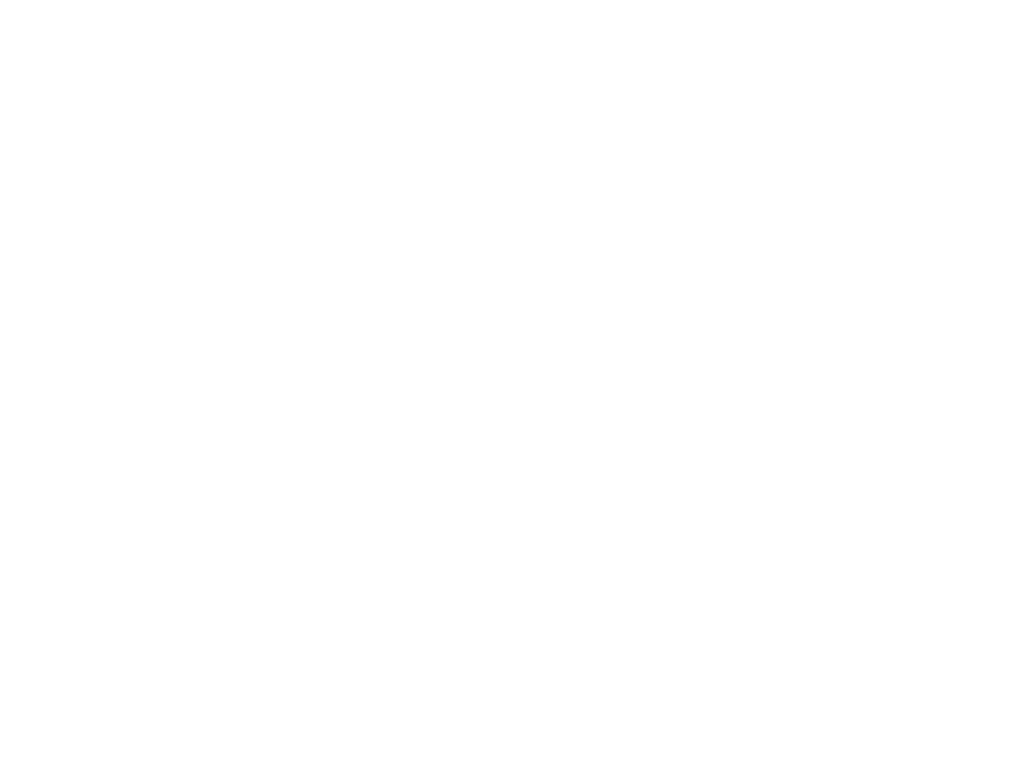
<source format=kicad_pcb>
(kicad_pcb
	(version 20241229)
	(generator "pcbnew")
	(generator_version "9.0")
	(general
		(thickness 1.6)
		(legacy_teardrops no)
	)
	(paper "A4")
	(layers
		(0 "F.Cu" signal)
		(2 "B.Cu" signal)
		(9 "F.Adhes" user "F.Adhesive")
		(11 "B.Adhes" user "B.Adhesive")
		(13 "F.Paste" user)
		(15 "B.Paste" user)
		(5 "F.SilkS" user "F.Silkscreen")
		(7 "B.SilkS" user "B.Silkscreen")
		(1 "F.Mask" user)
		(3 "B.Mask" user)
		(17 "Dwgs.User" user "User.Drawings")
		(19 "Cmts.User" user "User.Comments")
		(21 "Eco1.User" user "User.Eco1")
		(23 "Eco2.User" user "User.Eco2")
		(25 "Edge.Cuts" user)
		(27 "Margin" user)
		(31 "F.CrtYd" user "F.Courtyard")
		(29 "B.CrtYd" user "B.Courtyard")
		(35 "F.Fab" user)
		(33 "B.Fab" user)
		(39 "User.1" user)
		(41 "User.2" user)
		(43 "User.3" user)
		(45 "User.4" user)
	)
	(setup
		(pad_to_mask_clearance 0)
		(allow_soldermask_bridges_in_footprints no)
		(tenting front back)
		(pcbplotparams
			(layerselection 0x00000000_00000000_55555555_5755f5ff)
			(plot_on_all_layers_selection 0x00000000_00000000_00000000_00000000)
			(disableapertmacros no)
			(usegerberextensions no)
			(usegerberattributes yes)
			(usegerberadvancedattributes yes)
			(creategerberjobfile yes)
			(dashed_line_dash_ratio 12.000000)
			(dashed_line_gap_ratio 3.000000)
			(svgprecision 4)
			(plotframeref no)
			(mode 1)
			(useauxorigin no)
			(hpglpennumber 1)
			(hpglpenspeed 20)
			(hpglpendiameter 15.000000)
			(pdf_front_fp_property_popups yes)
			(pdf_back_fp_property_popups yes)
			(pdf_metadata yes)
			(pdf_single_document no)
			(dxfpolygonmode yes)
			(dxfimperialunits yes)
			(dxfusepcbnewfont yes)
			(psnegative no)
			(psa4output no)
			(plot_black_and_white yes)
			(sketchpadsonfab no)
			(plotpadnumbers no)
			(hidednponfab no)
			(sketchdnponfab yes)
			(crossoutdnponfab yes)
			(subtractmaskfromsilk no)
			(outputformat 1)
			(mirror no)
			(drillshape 1)
			(scaleselection 1)
			(outputdirectory "")
		)
	)
	(net 0 "")
	(gr_line
		(start 155 98)
		(end 155 116.5)
		(stroke
			(width 0.1)
			(type default)
		)
		(layer "Dwgs.User")
		(uuid "0a2abc7b-940e-472d-9c9c-d219d42bf6cf")
	)
	(gr_line
		(start 120 172)
		(end 120 125)
		(stroke
			(width 0.1)
			(type default)
		)
		(layer "Dwgs.User")
		(uuid "13485492-90aa-4340-bf21-630b7fd4c08f")
	)
	(gr_line
		(start 100 175)
		(end 100 137.5)
		(stroke
			(width 0.1)
			(type default)
		)
		(layer "Dwgs.User")
		(uuid "2c8f1345-2db2-4872-815b-61d5678727ef")
	)
	(gr_line
		(start 111 27)
		(end 111 49.5)
		(stroke
			(width 0.1)
			(type default)
		)
		(layer "Dwgs.User")
		(uuid "2cf90a33-f546-45e3-bc33-5d321c632c2d")
	)
	(gr_line
		(start 50 16.5)
		(end 50 191.5)
		(stroke
			(width 0.1)
			(type default)
		)
		(layer "Dwgs.User")
		(uuid "2dfb1681-983a-4e11-b904-7fbf336c38ef")
	)
	(gr_line
		(start 121 23.5)
		(end 121 49.5)
		(stroke
			(width 0.1)
			(type default)
		)
		(layer "Dwgs.User")
		(uuid "3b599ac2-29ec-49c0-9d2f-bd17f5cab189")
	)
	(gr_line
		(start 85 82)
		(end 85 57)
		(stroke
			(width 0.1)
			(type default)
		)
		(layer "Dwgs.User")
		(uuid "3eac5924-4c10-4e05-ab09-6a4a311c4b1f")
	)
	(gr_line
		(start 36.5 40)
		(end 68 40)
		(stroke
			(width 0.1)
			(type default)
		)
		(layer "Dwgs.User")
		(uuid "41ea5c10-ba70-4d7c-90bb-1de9fc3007da")
	)
	(gr_line
		(start 59 37)
		(end 59 49.5)
		(stroke
			(width 0.1)
			(type default)
		)
		(layer "Dwgs.User")
		(uuid "635f2584-f35b-47bc-a62c-e8de9d60548b")
	)
	(gr_line
		(start 101.5 82)
		(end 101.5 57)
		(stroke
			(width 0.1)
			(type default)
		)
		(layer "Dwgs.User")
		(uuid "6ff9a110-4cec-4ac6-a1e8-ac832e4ee859")
	)
	(gr_line
		(start 70 182)
		(end 70 137.5)
		(stroke
			(width 0.1)
			(type default)
		)
		(layer "Dwgs.User")
		(uuid "8004cf7e-b751-48ab-a755-ceeef8deb6dc")
	)
	(gr_line
		(start 45.5 129)
		(end 155 129)
		(stroke
			(width 0.1)
			(type default)
		)
		(layer "Dwgs.User")
		(uuid "838cba31-9a5f-44ab-a268-7cd1e0d6b023")
	)
	(gr_line
		(start 150 16.5)
		(end 150 49)
		(stroke
			(width 0.1)
			(type default)
		)
		(layer "Dwgs.User")
		(uuid "8d42dfa1-5f87-4941-ac32-f0fb383caa9b")
	)
	(gr_line
		(start 85 178.5)
		(end 85 137.5)
		(stroke
			(width 0.1)
			(type default)
		)
		(layer "Dwgs.User")
		(uuid "946fb0c0-3b1a-4e50-806b-207bee3d900e")
	)
	(gr_line
		(start 45.5 141.5)
		(end 155 141.5)
		(stroke
			(width 0.1)
			(type default)
		)
		(layer "Dwgs.User")
		(uuid "a88f34f5-e806-4de2-b01b-89b852a47239")
	)
	(gr_line
		(start 140 166.5)
		(end 140 136.5)
		(stroke
			(width 0.1)
			(type default)
		)
		(layer "Dwgs.User")
		(uuid "b403ec7a-d98c-4413-9365-671a6d65ed09")
	)
	(gr_line
		(start 45.5 154)
		(end 155 154)
		(stroke
			(width 0.1)
			(type default)
		)
		(layer "Dwgs.User")
		(uuid "bacd3fe7-07b0-454c-b817-4b5264c49d2f")
	)
	(gr_line
		(start 142.5 89.5)
		(end 142.5 57)
		(stroke
			(width 0.1)
			(type default)
		)
		(layer "Dwgs.User")
		(uuid "d655bd5b-afc4-49ce-8350-fae0f5012cf3")
	)
	(gr_line
		(start 50 166.5)
		(end 41 166.5)
		(stroke
			(width 0.1)
			(type default)
		)
		(layer "Dwgs.User")
		(uuid "e04ab4bd-919c-48c2-9f19-298866add72c")
	)
	(gr_line
		(start 36.5 47)
		(end 160 47)
		(stroke
			(width 0.1)
			(type default)
		)
		(layer "Dwgs.User")
		(uuid "e0f70ea9-83e8-4629-8be9-1765dda91eb6")
	)
	(gr_line
		(start 131 20)
		(end 131 49.5)
		(stroke
			(width 0.1)
			(type default)
		)
		(layer "Dwgs.User")
		(uuid "e90a72c0-49fe-4e59-b6d3-4beb04c71dec")
	)
	(gr_line
		(start 69 30)
		(end 69 49.5)
		(stroke
			(width 0.1)
			(type default)
		)
		(layer "Dwgs.User")
		(uuid "ec0f1e7d-4b33-4d5b-9ba3-0b585b7966a0")
	)
	(gr_line
		(start 43 62)
		(end 159.5 62)
		(stroke
			(width 0.1)
			(type default)
		)
		(layer "Dwgs.User")
		(uuid "ffe2fd6e-b350-46a8-aca7-9d80a94dcee9")
	)
	(gr_circle
		(center 59 47)
		(end 61.5 47)
		(stroke
			(width 0.1)
			(type solid)
		)
		(fill no)
		(layer "User.3")
		(uuid "0b5a53d8-7f01-4d93-9198-b6e743ed461c")
	)
	(gr_circle
		(center 142.5 62)
		(end 146.25 62)
		(stroke
			(width 0.1)
			(type solid)
		)
		(fill no)
		(layer "User.3")
		(uuid "1831bca0-301d-483a-a6e9-a881fa6e2db2")
	)
	(gr_circle
		(center 121 47)
		(end 123.5 47)
		(stroke
			(width 0.1)
			(type solid)
		)
		(fill no)
		(layer "User.3")
		(uuid "4017227e-dd7e-4ba5-aece-1542de06bfa7")
	)
	(gr_circle
		(center 85 62)
		(end 88.75 62)
		(stroke
			(width 0.1)
			(type solid)
		)
		(fill no)
		(layer "User.3")
		(uuid "52c2650f-3443-4018-9bfb-b01f56841f60")
	)
	(gr_circle
		(center 101.5 62)
		(end 105.25 62)
		(stroke
			(width 0.1)
			(type solid)
		)
		(fill no)
		(layer "User.3")
		(uuid "87ce370d-fd03-4968-9c8a-ec9183051651")
	)
	(gr_circle
		(center 111 47)
		(end 113.5 47)
		(stroke
			(width 0.1)
			(type solid)
		)
		(fill no)
		(layer "User.3")
		(uuid "8a796709-79db-4492-bf96-2f604f68f34b")
	)
	(gr_circle
		(center 85 141.5)
		(end 88 141.5)
		(stroke
			(width 0.1)
			(type solid)
		)
		(fill no)
		(layer "User.3")
		(uuid "953da9b5-90a2-40de-aa64-dda008d57a2c")
	)
	(gr_circle
		(center 59 40)
		(end 60.25 40)
		(stroke
			(width 0.1)
			(type solid)
		)
		(fill no)
		(layer "User.3")
		(uuid "99043e28-25e3-4755-b401-cee784722964")
	)
	(gr_circle
		(center 140 141.5)
		(end 144 141.5)
		(stroke
			(width 0.1)
			(type solid)
		)
		(fill no)
		(layer "User.3")
		(uuid "ad27a189-edb6-41a4-8d9e-bcad87f038a9")
	)
	(gr_circle
		(center 150 47)
		(end 151.25 47)
		(stroke
			(width 0.1)
			(type solid)
		)
		(fill no)
		(layer "User.3")
		(uuid "ae200039-702c-477c-bb38-698d69d2c1f5")
	)
	(gr_circle
		(center 120 129)
		(end 123 129)
		(stroke
			(width 0.1)
			(type solid)
		)
		(fill no)
		(layer "User.3")
		(uuid "b21d8597-eaec-42f2-9eb9-e60e943407dc")
	)
	(gr_circle
		(center 100 141.5)
		(end 103 141.5)
		(stroke
			(width 0.1)
			(type solid)
		)
		(fill no)
		(layer "User.3")
		(uuid "b7740b66-ca29-45fb-b617-dae160556541")
	)
	(gr_circle
		(center 70 141.5)
		(end 73 141.5)
		(stroke
			(width 0.1)
			(type solid)
		)
		(fill no)
		(layer "User.3")
		(uuid "bc54adbe-ba6e-4da6-b6b6-7b79d0c65738")
	)
	(gr_circle
		(center 120 141.5)
		(end 123 141.5)
		(stroke
			(width 0.1)
			(type solid)
		)
		(fill no)
		(layer "User.3")
		(uuid "eca9c466-df90-40bb-ae6a-632acb5974c8")
	)
	(gr_circle
		(center 120 154)
		(end 123.25 154)
		(stroke
			(width 0.1)
			(type solid)
		)
		(fill no)
		(layer "User.3")
		(uuid "ef7bcb94-dcf1-43ac-9c2d-6e0a2ad920bd")
	)
	(gr_circle
		(center 131 47)
		(end 133.5 47)
		(stroke
			(width 0.1)
			(type solid)
		)
		(fill no)
		(layer "User.3")
		(uuid "f4b418d3-8b4b-44b0-8192-d0051771b2f5")
	)
	(gr_circle
		(center 69 47)
		(end 71.5 47)
		(stroke
			(width 0.1)
			(type solid)
		)
		(fill no)
		(layer "User.3")
		(uuid "faab12e9-f8da-4105-9fc2-c48359a61c91")
	)
	(gr_rect
		(start 50 32)
		(end 155 82)
		(stroke
			(width 0.5)
			(type solid)
		)
		(fill no)
		(layer "User.4")
		(uuid "7bf795ef-fd96-4fe7-a531-c6fb7ccc5426")
	)
	(gr_rect
		(start 50 116.5)
		(end 155 166.5)
		(stroke
			(width 0.5)
			(type solid)
		)
		(fill no)
		(layer "User.4")
		(uuid "ac5976a1-e1a5-46fe-a2bd-76df599a69b6")
	)
	(gr_text "d 6.0"
		(at 72 138.5 0)
		(layer "Dwgs.User")
		(uuid "0928db53-2b06-4fd3-a94a-9955575431ee")
		(effects
			(font
				(size 1 1)
				(thickness 0.15)
			)
			(justify left bottom)
		)
	)
	(gr_text "d 8.0"
		(at 142.5 137.5 0)
		(layer "Dwgs.User")
		(uuid "14f85080-fdb6-4d3a-8f57-ccb3a3fb1eaa")
		(effects
			(font
				(size 1 1)
				(thickness 0.15)
			)
			(justify left bottom)
		)
	)
	(gr_text "d 7.5"
		(at 146 58.5 0)
		(layer "Dwgs.User")
		(uuid "1dd80940-cea4-4bf5-8509-dae4d8a31010")
		(effects
			(font
				(size 1 1)
				(thickness 0.15)
			)
			(justify left bottom)
		)
	)
	(gr_text "VIEW FROM FRONT"
		(at 198 49.5 0)
		(layer "Dwgs.User")
		(uuid "49c6b75e-c891-4438-ae1b-344a67ad14cc")
		(effects
			(font
				(size 5 5)
				(thickness 0.15)
			)
			(justify left bottom)
		)
	)
	(gr_text "d 6.0"
		(at 87.5 138.5 0)
		(layer "Dwgs.User")
		(uuid "4e0fb533-a617-4abc-bab3-dce970cace68")
		(effects
			(font
				(size 1 1)
				(thickness 0.15)
			)
			(justify left bottom)
		)
	)
	(gr_text "REAR PANEL"
		(at 82 115 0)
		(layer "Dwgs.User")
		(uuid "51d1c8d7-1087-4d9e-a13d-b66c9475e644")
		(effects
			(font
				(size 3 3)
				(thickness 0.15)
			)
			(justify left bottom)
		)
	)
	(gr_text "d 6.0"
		(at 123 127 0)
		(layer "Dwgs.User")
		(uuid "521e9c48-4215-4bab-836d-2ddb5354c053")
		(effects
			(font
				(size 1 1)
				(thickness 0.15)
			)
			(justify left bottom)
		)
	)
	(gr_text "d 5.0"
		(at 70.5 44.5 0)
		(layer "Dwgs.User")
		(uuid "76a283dc-a994-4d8f-b703-dda05c955390")
		(effects
			(font
				(size 1 1)
				(thickness 0.15)
			)
			(justify left bottom)
		)
	)
	(gr_text "FRONT PANEL"
		(at 80 31.5 0)
		(layer "Dwgs.User")
		(uuid "83b506ac-14a9-4aef-939d-0e5badcfde90")
		(effects
			(font
				(size 3 3)
				(thickness 0.15)
			)
			(justify left bottom)
		)
	)
	(gr_text "d 7.5"
		(at 88 58.5 0)
		(layer "Dwgs.User")
		(uuid "8d238c0c-af1e-4de3-a98a-8adabeb12eda")
		(effects
			(font
				(size 1 1)
				(thickness 0.15)
			)
			(justify left bottom)
		)
	)
	(gr_text "d 6.0"
		(at 102 138.5 0)
		(layer "Dwgs.User")
		(uuid "97dbda14-06eb-43af-a0aa-2971467624dd")
		(effects
			(font
				(size 1 1)
				(thickness 0.15)
			)
			(justify left bottom)
		)
	)
	(gr_text "d 5.0"
		(at 111.5 44 0)
		(layer "Dwgs.User")
		(uuid "a1df59dd-5f15-4854-a905-c97589b10d7a")
		(effects
			(font
				(size 1 1)
				(thickness 0.15)
			)
			(justify left bottom)
		)
	)
	(gr_text "d 5.0"
		(at 122 44 0)
		(layer "Dwgs.User")
		(uuid "af4295da-22d4-4b60-864d-c54d1e0507c5")
		(effects
			(font
				(size 1 1)
				(thickness 0.15)
			)
			(justify left bottom)
		)
	)
	(gr_text "d 5.0"
		(at 61 44.5 0)
		(layer "Dwgs.User")
		(uuid "c209230a-005f-4e0f-90cf-1942d0e1fd53")
		(effects
			(font
				(size 1 1)
				(thickness 0.15)
			)
			(justify left bottom)
		)
	)
	(gr_text "d 6.0"
		(at 123 139 0)
		(layer "Dwgs.User")
		(uuid "c6f150ca-3008-45da-a595-e112c33d26b1")
		(effects
			(font
				(size 1 1)
				(thickness 0.15)
			)
			(justify left bottom)
		)
	)
	(gr_text "d 7.5"
		(at 104.5 58.5 0)
		(layer "Dwgs.User")
		(uuid "ccbf52da-86b7-4940-8463-af78293b205a")
		(effects
			(font
				(size 1 1)
				(thickness 0.15)
			)
			(justify left bottom)
		)
	)
	(gr_text "d 2.5"
		(at 60.5 38.5 0)
		(layer "Dwgs.User")
		(uuid "d99d541c-8a4e-4ede-bbde-ac4a0434fab7")
		(effects
			(font
				(size 1 1)
				(thickness 0.15)
			)
			(justify left bottom)
		)
	)
	(gr_text "d 2.5"
		(at 150.5 44 0)
		(layer "Dwgs.User")
		(uuid "dd50a9d2-26a7-4b43-be53-0edf1008f527")
		(effects
			(font
				(size 1 1)
				(thickness 0.15)
			)
			(justify left bottom)
		)
	)
	(gr_text "d 5.0"
		(at 132 44 0)
		(layer "Dwgs.User")
		(uuid "de2ba434-028d-490e-a8a7-426326b0efb9")
		(effects
			(font
				(size 1 1)
				(thickness 0.15)
			)
			(justify left bottom)
		)
	)
	(gr_text "d 6.5"
		(at 123 151 0)
		(layer "Dwgs.User")
		(uuid "f81e368a-f8bb-4412-9513-25de0af074db")
		(effects
			(font
				(size 1 1)
				(thickness 0.15)
			)
			(justify left bottom)
		)
	)
	(dimension
		(type orthogonal)
		(layer "Dwgs.User")
		(uuid "04312777-75ca-42e0-805e-ffd40a031f8a")
		(pts
			(xy 45.5 129) (xy 45.5 116.5)
		)
		(height 0)
		(orientation 1)
		(format
			(prefix "")
			(suffix "")
			(units 3)
			(units_format 0)
			(precision 4)
			(suppress_zeroes yes)
		)
		(style
			(thickness 0.1)
			(arrow_length 1.27)
			(text_position_mode 0)
			(arrow_direction outward)
			(extension_height 0.58642)
			(extension_offset 0.5)
			(keep_text_aligned yes)
		)
		(gr_text "12.5"
			(at 44.35 122.75 90)
			(layer "Dwgs.User")
			(uuid "04312777-75ca-42e0-805e-ffd40a031f8a")
			(effects
				(font
					(size 1 1)
					(thickness 0.15)
				)
			)
		)
	)
	(dimension
		(type orthogonal)
		(layer "Dwgs.User")
		(uuid "0f70d6dc-9af6-4095-8d8b-86718b8f57df")
		(pts
			(xy 50 23.5) (xy 121 23)
		)
		(height 0)
		(orientation 0)
		(format
			(prefix "")
			(suffix "")
			(units 3)
			(units_format 0)
			(precision 4)
			(suppress_zeroes yes)
		)
		(style
			(thickness 0.1)
			(arrow_length 1.27)
			(text_position_mode 0)
			(arrow_direction outward)
			(extension_height 0.58642)
			(extension_offset 0.5)
			(keep_text_aligned yes)
		)
		(gr_text "71"
			(at 85.5 22.35 0)
			(layer "Dwgs.User")
			(uuid "0f70d6dc-9af6-4095-8d8b-86718b8f57df")
			(effects
				(font
					(size 1 1)
					(thickness 0.15)
				)
			)
		)
	)
	(dimension
		(type orthogonal)
		(layer "Dwgs.User")
		(uuid "1b173696-6c87-420e-9252-4708a123679c")
		(pts
			(xy 50 166.5) (xy 140 166.5)
		)
		(height 3)
		(orientation 0)
		(format
			(prefix "")
			(suffix "")
			(units 3)
			(units_format 0)
			(precision 4)
			(suppress_zeroes yes)
		)
		(style
			(thickness 0.1)
			(arrow_length 1.27)
			(text_position_mode 0)
			(arrow_direction outward)
			(extension_height 0.58642)
			(extension_offset 0.5)
			(keep_text_aligned yes)
		)
		(gr_text "90"
			(at 95 168.35 0)
			(layer "Dwgs.User")
			(uuid "1b173696-6c87-420e-9252-4708a123679c")
			(effects
				(font
					(size 1 1)
					(thickness 0.15)
				)
			)
		)
	)
	(dimension
		(type orthogonal)
		(layer "Dwgs.User")
		(uuid "1b2f000e-4e90-4438-bf36-97430416504c")
		(pts
			(xy 36.5 47) (xy 36.5 40)
		)
		(height 0)
		(orientation 1)
		(format
			(prefix "")
			(suffix "")
			(units 3)
			(units_format 0)
			(precision 4)
			(suppress_zeroes yes)
		)
		(style
			(thickness 0.1)
			(arrow_length 1.27)
			(text_position_mode 0)
			(arrow_direction outward)
			(extension_height 0.58642)
			(extension_offset 0.5)
			(keep_text_aligned yes)
		)
		(gr_text "7"
			(at 35.35 43.5 90)
			(layer "Dwgs.User")
			(uuid "1b2f000e-4e90-4438-bf36-97430416504c")
			(effects
				(font
					(size 1 1)
					(thickness 0.15)
				)
			)
		)
	)
	(dimension
		(type orthogonal)
		(layer "Dwgs.User")
		(uuid "39b100e0-8707-4637-a724-1090b34bcec7")
		(pts
			(xy 50 182) (xy 70 182)
		)
		(height 0)
		(orientation 0)
		(format
			(prefix "")
			(suffix "")
			(units 3)
			(units_format 0)
			(precision 4)
			(suppress_zeroes yes)
		)
		(style
			(thickness 0.1)
			(arrow_length 1.27)
			(text_position_mode 0)
			(arrow_direction outward)
			(extension_height 0.58642)
			(extension_offset 0.5)
			(keep_text_aligned yes)
		)
		(gr_text "20"
			(at 60 180.85 0)
			(layer "Dwgs.User")
			(uuid "39b100e0-8707-4637-a724-1090b34bcec7")
			(effects
				(font
					(size 1 1)
					(thickness 0.15)
				)
			)
		)
	)
	(dimension
		(type orthogonal)
		(layer "Dwgs.User")
		(uuid "49525215-4298-4317-8b02-d339f7a4aac4")
		(pts
			(xy 50 82) (xy 101.5 82)
		)
		(height 6)
		(orientation 0)
		(format
			(prefix "")
			(suffix "")
			(units 3)
			(units_format 0)
			(precision 4)
			(suppress_zeroes yes)
		)
		(style
			(thickness 0.1)
			(arrow_length 1.27)
			(text_position_mode 0)
			(arrow_direction outward)
			(extension_height 0.58642)
			(extension_offset 0.5)
			(keep_text_aligned yes)
		)
		(gr_text "51.5"
			(at 75.75 86.85 0)
			(layer "Dwgs.User")
			(uuid "49525215-4298-4317-8b02-d339f7a4aac4")
			(effects
				(font
					(size 1 1)
					(thickness 0.15)
				)
			)
		)
	)
	(dimension
		(type orthogonal)
		(layer "Dwgs.User")
		(uuid "4a6ae896-9e0b-4b18-a215-f6717e1f8fc1")
		(pts
			(xy 50 82) (xy 33 47)
		)
		(height -13.5)
		(orientation 1)
		(format
			(prefix "")
			(suffix "")
			(units 3)
			(units_format 0)
			(precision 4)
			(suppress_zeroes yes)
		)
		(style
			(thickness 0.1)
			(arrow_length 1.27)
			(text_position_mode 0)
			(arrow_direction outward)
			(extension_height 0.58642)
			(extension_offset 0.5)
			(keep_text_aligned yes)
		)
		(gr_text "35"
			(at 35.35 64.5 90)
			(layer "Dwgs.User")
			(uuid "4a6ae896-9e0b-4b18-a215-f6717e1f8fc1")
			(effects
				(font
					(size 1 1)
					(thickness 0.15)
				)
			)
		)
	)
	(dimension
		(type orthogonal)
		(layer "Dwgs.User")
		(uuid "54269800-77f2-4eb2-ae8f-7c9537ea1e7d")
		(pts
			(xy 50 27) (xy 111 27)
		)
		(height 0)
		(orientation 0)
		(format
			(prefix "")
			(suffix "")
			(units 3)
			(units_format 0)
			(precision 4)
			(suppress_zeroes yes)
		)
		(style
			(thickness 0.1)
			(arrow_length 1.27)
			(text_position_mode 0)
			(arrow_direction outward)
			(extension_height 0.58642)
			(extension_offset 0.5)
			(keep_text_aligned yes)
		)
		(gr_text "61"
			(at 80.5 25.85 0)
			(layer "Dwgs.User")
			(uuid "54269800-77f2-4eb2-ae8f-7c9537ea1e7d")
			(effects
				(font
					(size 1 1)
					(thickness 0.15)
				)
			)
		)
	)
	(dimension
		(type orthogonal)
		(layer "Dwgs.User")
		(uuid "6cf710c8-0a70-4e25-8d58-93c66b11f9ca")
		(pts
			(xy 50 82) (xy 39.5 62)
		)
		(height -7)
		(orientation 1)
		(format
			(prefix "")
			(suffix "")
			(units 3)
			(units_format 0)
			(precision 4)
			(suppress_zeroes yes)
		)
		(style
			(thickness 0.1)
			(arrow_length 1.27)
			(text_position_mode 0)
			(arrow_direction outward)
			(extension_height 0.58642)
			(extension_offset 0.5)
			(keep_text_aligned yes)
		)
		(gr_text "20"
			(at 41.85 72 90)
			(layer "Dwgs.User")
			(uuid "6cf710c8-0a70-4e25-8d58-93c66b11f9ca")
			(effects
				(font
					(size 1 1)
					(thickness 0.15)
				)
			)
		)
	)
	(dimension
		(type orthogonal)
		(layer "Dwgs.User")
		(uuid "6d96bb8f-f406-4646-a504-40991b1eb306")
		(pts
			(xy 50 37) (xy 59 37)
		)
		(height 0)
		(orientation 0)
		(format
			(prefix "")
			(suffix "")
			(units 3)
			(units_format 0)
			(precision 4)
			(suppress_zeroes yes)
		)
		(style
			(thickness 0.1)
			(arrow_length 1.27)
			(text_position_mode 0)
			(arrow_direction outward)
			(extension_height 0.58642)
			(extension_offset 0.5)
			(keep_text_aligned yes)
		)
		(gr_text "9"
			(at 54.5 35.85 0)
			(layer "Dwgs.User")
			(uuid "6d96bb8f-f406-4646-a504-40991b1eb306")
			(effects
				(font
					(size 1 1)
					(thickness 0.15)
				)
			)
		)
	)
	(dimension
		(type orthogonal)
		(layer "Dwgs.User")
		(uuid "720d0457-010b-4faf-a6da-cd34e0a51a77")
		(pts
			(xy 50 30) (xy 69 32)
		)
		(height 0)
		(orientation 0)
		(format
			(prefix "")
			(suffix "")
			(units 3)
			(units_format 0)
			(precision 4)
			(suppress_zeroes yes)
		)
		(style
			(thickness 0.1)
			(arrow_length 1.27)
			(text_position_mode 0)
			(arrow_direction outward)
			(extension_height 0.58642)
			(extension_offset 0.5)
			(keep_text_aligned yes)
		)
		(gr_text "19"
			(at 59.5 28.85 0)
			(layer "Dwgs.User")
			(uuid "720d0457-010b-4faf-a6da-cd34e0a51a77")
			(effects
				(font
					(size 1 1)
					(thickness 0.15)
				)
			)
		)
	)
	(dimension
		(type orthogonal)
		(layer "Dwgs.User")
		(uuid "8d21e273-a106-46e3-962e-eade960548b2")
		(pts
			(xy 50 85.5) (xy 85 88)
		)
		(height -1.5)
		(orientation 0)
		(format
			(prefix "")
			(suffix "")
			(units 3)
			(units_format 0)
			(precision 4)
			(suppress_zeroes yes)
		)
		(style
			(thickness 0.1)
			(arrow_length 1.27)
			(text_position_mode 0)
			(arrow_direction outward)
			(extension_height 0.58642)
			(extension_offset 0.5)
			(keep_text_aligned yes)
		)
		(gr_text "35"
			(at 67.5 82.85 0)
			(layer "Dwgs.User")
			(uuid "8d21e273-a106-46e3-962e-eade960548b2")
			(effects
				(font
					(size 1 1)
					(thickness 0.15)
				)
			)
		)
	)
	(dimension
		(type orthogonal)
		(layer "Dwgs.User")
		(uuid "ad353420-3861-4dac-bd6d-63d032002d13")
		(pts
			(xy 155 116.5) (xy 155 166.5)
		)
		(height 10)
		(orientation 1)
		(format
			(prefix "")
			(suffix "")
			(units 3)
			(units_format 0)
			(precision 4)
			(suppress_zeroes yes)
		)
		(style
			(thickness 0.1)
			(arrow_length 1.27)
			(text_position_mode 0)
			(arrow_direction outward)
			(extension_height 0.58642)
			(extension_offset 0.5)
			(keep_text_aligned yes)
		)
		(gr_text "50"
			(at 163.85 141.5 90)
			(layer "Dwgs.User")
			(uuid "ad353420-3861-4dac-bd6d-63d032002d13")
			(effects
				(font
					(size 1 1)
					(thickness 0.15)
				)
			)
		)
	)
	(dimension
		(type orthogonal)
		(layer "Dwgs.User")
		(uuid "ba562960-fc4f-4cb2-b181-1c8c427d61dd")
		(pts
			(xy 50 92.5) (xy 142.5 89.5)
		)
		(height 0)
		(orientation 0)
		(format
			(prefix "")
			(suffix "")
			(units 3)
			(units_format 0)
			(precision 4)
			(suppress_zeroes yes)
		)
		(style
			(thickness 0.1)
			(arrow_length 1.27)
			(text_position_mode 0)
			(arrow_direction outward)
			(extension_height 0.58642)
			(extension_offset 0.5)
			(keep_text_aligned yes)
		)
		(gr_text "92.5"
			(at 96.25 91.35 0)
			(layer "Dwgs.User")
			(uuid "ba562960-fc4f-4cb2-b181-1c8c427d61dd")
			(effects
				(font
					(size 1 1)
					(thickness 0.15)
				)
			)
		)
	)
	(dimension
		(type orthogonal)
		(layer "Dwgs.User")
		(uuid "bb0b705e-bde0-45d9-aa1c-3b4108981f8b")
		(pts
			(xy 45.5 154) (xy 45.5 141.5)
		)
		(height 0)
		(orientation 1)
		(format
			(prefix "")
			(suffix "")
			(units 3)
			(units_format 0)
			(precision 4)
			(suppress_zeroes yes)
		)
		(style
			(thickness 0.1)
			(arrow_length 1.27)
			(text_position_mode 0)
			(arrow_direction outward)
			(extension_height 0.58642)
			(extension_offset 0.5)
			(keep_text_aligned yes)
		)
		(gr_text "12.5"
			(at 44.35 147.75 90)
			(layer "Dwgs.User")
			(uuid "bb0b705e-bde0-45d9-aa1c-3b4108981f8b")
			(effects
				(font
					(size 1 1)
					(thickness 0.15)
				)
			)
		)
	)
	(dimension
		(type orthogonal)
		(layer "Dwgs.User")
		(uuid "c6df94b1-f647-48e8-8f67-4e82e0586454")
		(pts
			(xy 50 98) (xy 155 82)
		)
		(height 0)
		(orientation 0)
		(format
			(prefix "")
			(suffix "")
			(units 3)
			(units_format 0)
			(precision 4)
			(suppress_zeroes yes)
		)
		(style
			(thickness 0.1)
			(arrow_length 1.27)
			(text_position_mode 0)
			(arrow_direction outward)
			(extension_height 0.58642)
			(extension_offset 0.5)
			(keep_text_aligned yes)
		)
		(gr_text "105"
			(at 102.5 96.85 0)
			(layer "Dwgs.User")
			(uuid "c6df94b1-f647-48e8-8f67-4e82e0586454")
			(effects
				(font
					(size 1 1)
					(thickness 0.15)
				)
			)
		)
	)
	(dimension
		(type orthogonal)
		(layer "Dwgs.User")
		(uuid "cd463e4c-3002-4037-8ec4-3f0dcff9b8c6")
		(pts
			(xy 50 16.5) (xy 150 16.5)
		)
		(height 0)
		(orientation 0)
		(format
			(prefix "")
			(suffix "")
			(units 3)
			(units_format 0)
			(precision 4)
			(suppress_zeroes yes)
		)
		(style
			(thickness 0.1)
			(arrow_length 1.27)
			(text_position_mode 0)
			(arrow_direction outward)
			(extension_height 0.58642)
			(extension_offset 0.5)
			(keep_text_aligned yes)
		)
		(gr_text "100"
			(at 100 15.35 0)
			(layer "Dwgs.User")
			(uuid "cd463e4c-3002-4037-8ec4-3f0dcff9b8c6")
			(effects
				(font
					(size 1 1)
					(thickness 0.15)
				)
			)
		)
	)
	(dimension
		(type orthogonal)
		(layer "Dwgs.User")
		(uuid "d6f38aec-c8e5-4f46-8416-b7107e073311")
		(pts
			(xy 155 32) (xy 155 82)
		)
		(height 10)
		(orientation 1)
		(format
			(prefix "")
			(suffix "")
			(units 3)
			(units_format 0)
			(precision 4)
			(suppress_zeroes yes)
		)
		(style
			(thickness 0.1)
			(arrow_length 1.27)
			(text_position_mode 0)
			(arrow_direction outward)
			(extension_height 0.58642)
			(extension_offset 0.5)
			(keep_text_aligned yes)
		)
		(gr_text "50"
			(at 163.85 57 90)
			(layer "Dwgs.User")
			(uuid "d6f38aec-c8e5-4f46-8416-b7107e073311")
			(effects
				(font
					(size 1 1)
					(thickness 0.15)
				)
			)
		)
	)
	(dimension
		(type orthogonal)
		(layer "Dwgs.User")
		(uuid "d96fb7b8-15bf-4b9d-9587-0a89c59bcd0e")
		(pts
			(xy 45.5 166.5) (xy 45.5 154)
		)
		(height 0)
		(orientation 1)
		(format
			(prefix "")
			(suffix "")
			(units 3)
			(units_format 0)
			(precision 4)
			(suppress_zeroes yes)
		)
		(style
			(thickness 0.1)
			(arrow_length 1.27)
			(text_position_mode 0)
			(arrow_direction outward)
			(extension_height 0.58642)
			(extension_offset 0.5)
			(keep_text_aligned yes)
		)
		(gr_text "12.5"
			(at 44.35 160.25 90)
			(layer "Dwgs.User")
			(uuid "d96fb7b8-15bf-4b9d-9587-0a89c59bcd0e")
			(effects
				(font
					(size 1 1)
					(thickness 0.15)
				)
			)
		)
	)
	(dimension
		(type orthogonal)
		(layer "Dwgs.User")
		(uuid "dd7154d9-be4b-4465-994f-d61d70aa3d6b")
		(pts
			(xy 50 178.5) (xy 85 178.5)
		)
		(height 0)
		(orientation 0)
		(format
			(prefix "")
			(suffix "")
			(units 3)
			(units_format 0)
			(precision 4)
			(suppress_zeroes yes)
		)
		(style
			(thickness 0.1)
			(arrow_length 1.27)
			(text_position_mode 0)
			(arrow_direction outward)
			(extension_height 0.58642)
			(extension_offset 0.5)
			(keep_text_aligned yes)
		)
		(gr_text "35"
			(at 67.5 177.35 0)
			(layer "Dwgs.User")
			(uuid "dd7154d9-be4b-4465-994f-d61d70aa3d6b")
			(effects
				(font
					(size 1 1)
					(thickness 0.15)
				)
			)
		)
	)
	(dimension
		(type orthogonal)
		(layer "Dwgs.User")
		(uuid "e97f5174-bf56-44ae-bdae-5c63af0ff3b9")
		(pts
			(xy 50 175) (xy 100 175)
		)
		(height 0)
		(orientation 0)
		(format
			(prefix "")
			(suffix "")
			(units 3)
			(units_format 0)
			(precision 4)
			(suppress_zeroes yes)
		)
		(style
			(thickness 0.1)
			(arrow_length 1.27)
			(text_position_mode 0)
			(arrow_direction outward)
			(extension_height 0.58642)
			(extension_offset 0.5)
			(keep_text_aligned yes)
		)
		(gr_text "50"
			(at 75 173.85 0)
			(layer "Dwgs.User")
			(uuid "e97f5174-bf56-44ae-bdae-5c63af0ff3b9")
			(effects
				(font
					(size 1 1)
					(thickness 0.15)
				)
			)
		)
	)
	(dimension
		(type orthogonal)
		(layer "Dwgs.User")
		(uuid "ef36eca0-b0e9-4334-bb59-288c4b07cf1e")
		(pts
			(xy 45.5 141.5) (xy 45.5 129)
		)
		(height 0)
		(orientation 1)
		(format
			(prefix "")
			(suffix "")
			(units 3)
			(units_format 0)
			(precision 4)
			(suppress_zeroes yes)
		)
		(style
			(thickness 0.1)
			(arrow_length 1.27)
			(text_position_mode 0)
			(arrow_direction outward)
			(extension_height 0.58642)
			(extension_offset 0.5)
			(keep_text_aligned yes)
		)
		(gr_text "12.5"
			(at 44.35 135.25 90)
			(layer "Dwgs.User")
			(uuid "ef36eca0-b0e9-4334-bb59-288c4b07cf1e")
			(effects
				(font
					(size 1 1)
					(thickness 0.15)
				)
			)
		)
	)
	(dimension
		(type orthogonal)
		(layer "Dwgs.User")
		(uuid "f7c8424d-258a-4f0a-913a-1b121c36f7ee")
		(pts
			(xy 50 172) (xy 120 172.5)
		)
		(height 0)
		(orientation 0)
		(format
			(prefix "")
			(suffix "")
			(units 3)
			(units_format 0)
			(precision 4)
			(suppress_zeroes yes)
		)
		(style
			(thickness 0.1)
			(arrow_length 1.27)
			(text_position_mode 0)
			(arrow_direction outward)
			(extension_height 0.58642)
			(extension_offset 0.5)
			(keep_text_aligned yes)
		)
		(gr_text "70"
			(at 85 170.85 0)
			(layer "Dwgs.User")
			(uuid "f7c8424d-258a-4f0a-913a-1b121c36f7ee")
			(effects
				(font
					(size 1 1)
					(thickness 0.15)
				)
			)
		)
	)
	(dimension
		(type orthogonal)
		(layer "Dwgs.User")
		(uuid "ff5466cc-a03a-4b11-9973-e252e962f375")
		(pts
			(xy 50 20) (xy 131 20)
		)
		(height 0)
		(orientation 0)
		(format
			(prefix "")
			(suffix "")
			(units 3)
			(units_format 0)
			(precision 4)
			(suppress_zeroes yes)
		)
		(style
			(thickness 0.1)
			(arrow_length 1.27)
			(text_position_mode 0)
			(arrow_direction outward)
			(extension_height 0.58642)
			(extension_offset 0.5)
			(keep_text_aligned yes)
		)
		(gr_text "81"
			(at 90.5 18.85 0)
			(layer "Dwgs.User")
			(uuid "ff5466cc-a03a-4b11-9973-e252e962f375")
			(effects
				(font
					(size 1 1)
					(thickness 0.15)
				)
			)
		)
	)
	(embedded_fonts no)
)

</source>
